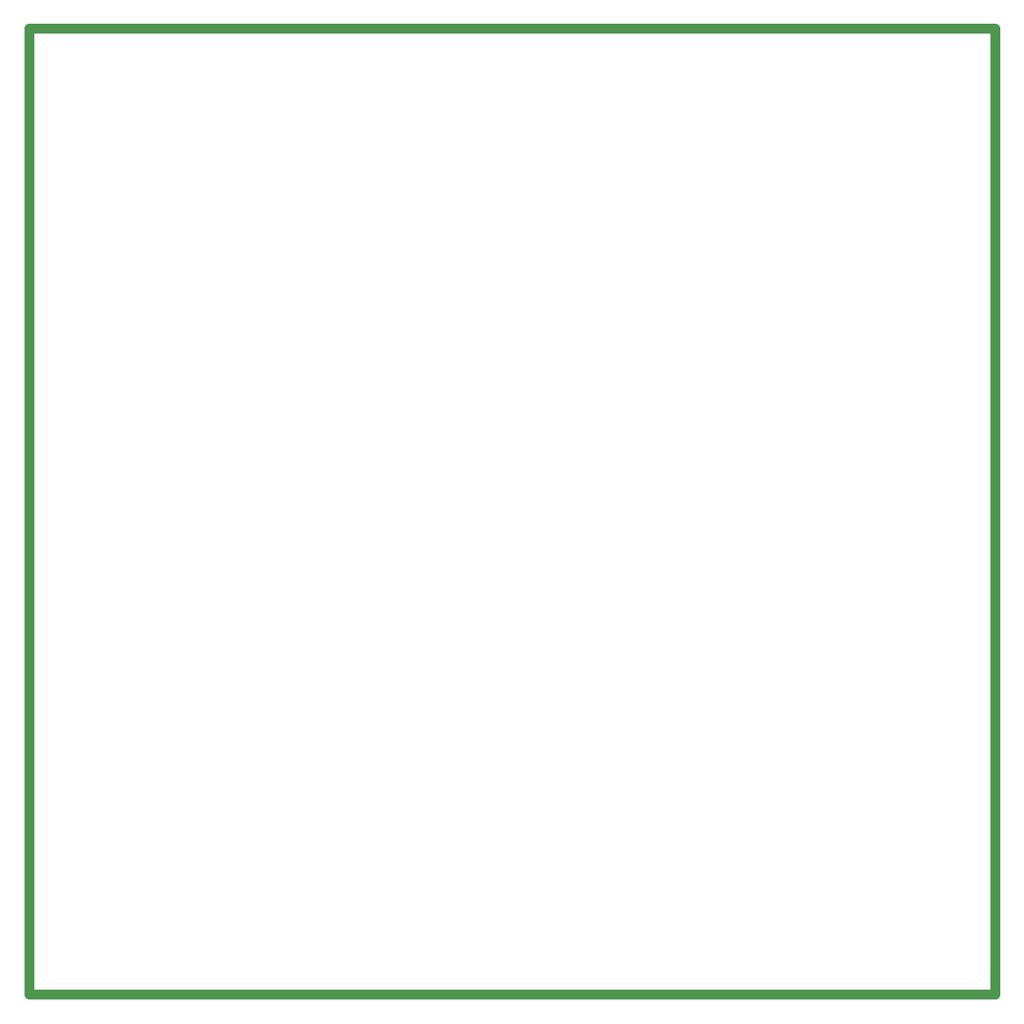
<source format=gbr>
%TF.GenerationSoftware,KiCad,Pcbnew,(6.0.0-rc1-dev-882-gdbc9130da)*%
%TF.CreationDate,2019-06-07T23:52:57-04:00*%
%TF.ProjectId,AntennaSwitch_6x2,416E74656E6E615377697463685F3678,rev?*%
%TF.SameCoordinates,Original*%
%TF.FileFunction,Profile,NP*%
%FSLAX46Y46*%
G04 Gerber Fmt 4.6, Leading zero omitted, Abs format (unit mm)*
G04 Created by KiCad (PCBNEW (6.0.0-rc1-dev-882-gdbc9130da)) date 2019/6/7 23:52:57*
%MOMM*%
%LPD*%
G01*
G04 APERTURE LIST*
%ADD10C,1.000000*%
G04 APERTURE END LIST*
D10*
X150000000Y-50000000D02*
X150000000Y-150000000D01*
X150000000Y-50000000D02*
X50000000Y-50000000D01*
X50000000Y-150000000D02*
X150000000Y-150000000D01*
X50000000Y-50000000D02*
X50000000Y-150000000D01*
M02*

</source>
